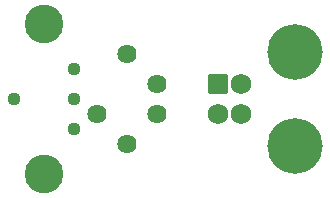
<source format=gbr>
G04 #@! TF.GenerationSoftware,KiCad,Pcbnew,8.0.6*
G04 #@! TF.CreationDate,2025-01-18T08:25:15-05:00*
G04 #@! TF.ProjectId,usbbbrkout,75736262-6272-46b6-9f75-742e6b696361,v1.0.0*
G04 #@! TF.SameCoordinates,Original*
G04 #@! TF.FileFunction,Soldermask,Bot*
G04 #@! TF.FilePolarity,Negative*
%FSLAX46Y46*%
G04 Gerber Fmt 4.6, Leading zero omitted, Abs format (unit mm)*
G04 Created by KiCad (PCBNEW 8.0.6) date 2025-01-18 08:25:15*
%MOMM*%
%LPD*%
G01*
G04 APERTURE LIST*
G04 Aperture macros list*
%AMRoundRect*
0 Rectangle with rounded corners*
0 $1 Rounding radius*
0 $2 $3 $4 $5 $6 $7 $8 $9 X,Y pos of 4 corners*
0 Add a 4 corners polygon primitive as box body*
4,1,4,$2,$3,$4,$5,$6,$7,$8,$9,$2,$3,0*
0 Add four circle primitives for the rounded corners*
1,1,$1+$1,$2,$3*
1,1,$1+$1,$4,$5*
1,1,$1+$1,$6,$7*
1,1,$1+$1,$8,$9*
0 Add four rect primitives between the rounded corners*
20,1,$1+$1,$2,$3,$4,$5,0*
20,1,$1+$1,$4,$5,$6,$7,0*
20,1,$1+$1,$6,$7,$8,$9,0*
20,1,$1+$1,$8,$9,$2,$3,0*%
G04 Aperture macros list end*
%ADD10C,3.276600*%
%ADD11C,1.117600*%
%ADD12C,1.625600*%
%ADD13RoundRect,0.265385X-0.610915X-0.610915X0.610915X-0.610915X0.610915X0.610915X-0.610915X0.610915X0*%
%ADD14C,1.752600*%
%ADD15C,4.701600*%
G04 APERTURE END LIST*
D10*
X132080000Y-95250000D03*
X132080000Y-107950000D03*
D11*
X129540000Y-101600000D03*
X134620000Y-101600000D03*
X134620000Y-99060000D03*
X134620000Y-104140000D03*
D12*
X139065000Y-105410000D03*
X141605000Y-102870000D03*
X141605000Y-100330000D03*
X139065000Y-97790000D03*
D13*
X146760000Y-100350000D03*
D14*
X146760000Y-102850000D03*
X148760000Y-102850000D03*
X148760000Y-100350000D03*
D15*
X153250000Y-97600000D03*
X153250000Y-105600000D03*
D12*
X136525000Y-102870000D03*
M02*

</source>
